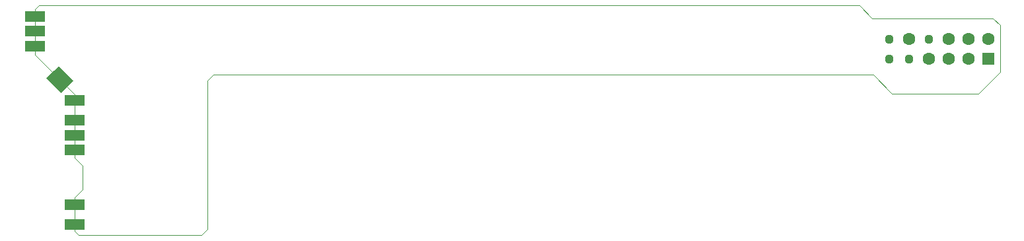
<source format=gbs>
G04 EAGLE Gerber X2 export*
%TF.Part,Single*%
%TF.FileFunction,Other,solder mask bottom*%
%TF.FilePolarity,Positive*%
%TF.GenerationSoftware,Autodesk,EAGLE,9.5.2*%
%TF.CreationDate,2020-04-08T10:13:28Z*%
G75*
%MOMM*%
%FSLAX34Y34*%
%LPD*%
%INsolder mask bottom*%
%AMOC8*
5,1,8,0,0,1.08239X$1,22.5*%
G01*
%ADD10C,0.000000*%
%ADD11R,2.641600X1.371600*%
%ADD12R,1.371600X2.641600*%
%ADD13R,1.601600X1.601600*%
%ADD14C,1.601600*%
%ADD15C,1.101600*%


D10*
X0Y232410D02*
X50800Y181610D01*
X50800Y100330D01*
X60960Y90170D01*
X60960Y59690D01*
X50800Y49530D01*
X50800Y6350D01*
X55880Y1270D01*
X213360Y1270D01*
X1236980Y210820D02*
X1236980Y270510D01*
X0Y290830D02*
X0Y232410D01*
X0Y290830D02*
X5080Y295910D01*
X220980Y8890D02*
X213360Y1270D01*
X220980Y8890D02*
X220980Y199390D01*
X228600Y207010D01*
X1074420Y207010D01*
X1056640Y295910D02*
X5080Y295910D01*
X1074420Y207010D02*
X1098550Y182880D01*
X1209040Y182880D01*
X1236980Y210820D01*
X1073150Y279400D02*
X1056640Y295910D01*
X1073150Y279400D02*
X1228090Y279400D01*
X1236980Y270510D01*
D11*
X50800Y173990D03*
X50800Y148590D03*
X50800Y129540D03*
X50800Y110490D03*
X50800Y40640D03*
X50800Y15240D03*
D12*
G36*
X15022Y202610D02*
X24720Y212308D01*
X43398Y193630D01*
X33700Y183932D01*
X15022Y202610D01*
G37*
G36*
X21372Y208960D02*
X31070Y218658D01*
X49748Y199980D01*
X40050Y190282D01*
X21372Y208960D01*
G37*
D13*
X1221740Y227330D03*
D14*
X1221740Y252730D03*
X1196340Y227330D03*
X1196340Y252730D03*
X1170940Y227330D03*
X1170940Y252730D03*
X1120140Y252730D03*
D10*
X1115140Y227330D02*
X1115142Y227471D01*
X1115148Y227612D01*
X1115158Y227752D01*
X1115172Y227892D01*
X1115190Y228032D01*
X1115211Y228171D01*
X1115237Y228310D01*
X1115266Y228448D01*
X1115300Y228584D01*
X1115337Y228720D01*
X1115378Y228855D01*
X1115423Y228989D01*
X1115472Y229121D01*
X1115524Y229252D01*
X1115580Y229381D01*
X1115640Y229508D01*
X1115703Y229634D01*
X1115769Y229758D01*
X1115840Y229881D01*
X1115913Y230001D01*
X1115990Y230119D01*
X1116070Y230235D01*
X1116154Y230348D01*
X1116240Y230459D01*
X1116330Y230568D01*
X1116423Y230674D01*
X1116518Y230777D01*
X1116617Y230878D01*
X1116718Y230976D01*
X1116822Y231071D01*
X1116929Y231163D01*
X1117038Y231252D01*
X1117150Y231337D01*
X1117264Y231420D01*
X1117380Y231500D01*
X1117499Y231576D01*
X1117620Y231648D01*
X1117742Y231718D01*
X1117867Y231783D01*
X1117993Y231846D01*
X1118121Y231904D01*
X1118251Y231959D01*
X1118382Y232011D01*
X1118515Y232058D01*
X1118649Y232102D01*
X1118784Y232143D01*
X1118920Y232179D01*
X1119057Y232211D01*
X1119195Y232240D01*
X1119333Y232265D01*
X1119473Y232285D01*
X1119613Y232302D01*
X1119753Y232315D01*
X1119894Y232324D01*
X1120034Y232329D01*
X1120175Y232330D01*
X1120316Y232327D01*
X1120457Y232320D01*
X1120597Y232309D01*
X1120737Y232294D01*
X1120877Y232275D01*
X1121016Y232253D01*
X1121154Y232226D01*
X1121292Y232196D01*
X1121428Y232161D01*
X1121564Y232123D01*
X1121698Y232081D01*
X1121832Y232035D01*
X1121964Y231986D01*
X1122094Y231932D01*
X1122223Y231875D01*
X1122350Y231815D01*
X1122476Y231751D01*
X1122599Y231683D01*
X1122721Y231612D01*
X1122841Y231538D01*
X1122958Y231460D01*
X1123073Y231379D01*
X1123186Y231295D01*
X1123297Y231208D01*
X1123405Y231117D01*
X1123510Y231024D01*
X1123613Y230927D01*
X1123713Y230828D01*
X1123810Y230726D01*
X1123904Y230621D01*
X1123995Y230514D01*
X1124083Y230404D01*
X1124168Y230292D01*
X1124250Y230177D01*
X1124329Y230060D01*
X1124404Y229941D01*
X1124476Y229820D01*
X1124544Y229697D01*
X1124609Y229572D01*
X1124671Y229445D01*
X1124728Y229316D01*
X1124783Y229186D01*
X1124833Y229055D01*
X1124880Y228922D01*
X1124923Y228788D01*
X1124962Y228652D01*
X1124997Y228516D01*
X1125029Y228379D01*
X1125056Y228241D01*
X1125080Y228102D01*
X1125100Y227962D01*
X1125116Y227822D01*
X1125128Y227682D01*
X1125136Y227541D01*
X1125140Y227400D01*
X1125140Y227260D01*
X1125136Y227119D01*
X1125128Y226978D01*
X1125116Y226838D01*
X1125100Y226698D01*
X1125080Y226558D01*
X1125056Y226419D01*
X1125029Y226281D01*
X1124997Y226144D01*
X1124962Y226008D01*
X1124923Y225872D01*
X1124880Y225738D01*
X1124833Y225605D01*
X1124783Y225474D01*
X1124728Y225344D01*
X1124671Y225215D01*
X1124609Y225088D01*
X1124544Y224963D01*
X1124476Y224840D01*
X1124404Y224719D01*
X1124329Y224600D01*
X1124250Y224483D01*
X1124168Y224368D01*
X1124083Y224256D01*
X1123995Y224146D01*
X1123904Y224039D01*
X1123810Y223934D01*
X1123713Y223832D01*
X1123613Y223733D01*
X1123510Y223636D01*
X1123405Y223543D01*
X1123297Y223452D01*
X1123186Y223365D01*
X1123073Y223281D01*
X1122958Y223200D01*
X1122841Y223122D01*
X1122721Y223048D01*
X1122599Y222977D01*
X1122476Y222909D01*
X1122350Y222845D01*
X1122223Y222785D01*
X1122094Y222728D01*
X1121964Y222674D01*
X1121832Y222625D01*
X1121698Y222579D01*
X1121564Y222537D01*
X1121428Y222499D01*
X1121292Y222464D01*
X1121154Y222434D01*
X1121016Y222407D01*
X1120877Y222385D01*
X1120737Y222366D01*
X1120597Y222351D01*
X1120457Y222340D01*
X1120316Y222333D01*
X1120175Y222330D01*
X1120034Y222331D01*
X1119894Y222336D01*
X1119753Y222345D01*
X1119613Y222358D01*
X1119473Y222375D01*
X1119333Y222395D01*
X1119195Y222420D01*
X1119057Y222449D01*
X1118920Y222481D01*
X1118784Y222517D01*
X1118649Y222558D01*
X1118515Y222602D01*
X1118382Y222649D01*
X1118251Y222701D01*
X1118121Y222756D01*
X1117993Y222814D01*
X1117867Y222877D01*
X1117742Y222942D01*
X1117620Y223012D01*
X1117499Y223084D01*
X1117380Y223160D01*
X1117264Y223240D01*
X1117150Y223323D01*
X1117038Y223408D01*
X1116929Y223497D01*
X1116822Y223589D01*
X1116718Y223684D01*
X1116617Y223782D01*
X1116518Y223883D01*
X1116423Y223986D01*
X1116330Y224092D01*
X1116240Y224201D01*
X1116154Y224312D01*
X1116070Y224425D01*
X1115990Y224541D01*
X1115913Y224659D01*
X1115840Y224779D01*
X1115769Y224902D01*
X1115703Y225026D01*
X1115640Y225152D01*
X1115580Y225279D01*
X1115524Y225408D01*
X1115472Y225539D01*
X1115423Y225671D01*
X1115378Y225805D01*
X1115337Y225940D01*
X1115300Y226076D01*
X1115266Y226212D01*
X1115237Y226350D01*
X1115211Y226489D01*
X1115190Y226628D01*
X1115172Y226768D01*
X1115158Y226908D01*
X1115148Y227048D01*
X1115142Y227189D01*
X1115140Y227330D01*
D15*
X1120140Y227330D03*
D10*
X1089740Y227330D02*
X1089742Y227471D01*
X1089748Y227612D01*
X1089758Y227752D01*
X1089772Y227892D01*
X1089790Y228032D01*
X1089811Y228171D01*
X1089837Y228310D01*
X1089866Y228448D01*
X1089900Y228584D01*
X1089937Y228720D01*
X1089978Y228855D01*
X1090023Y228989D01*
X1090072Y229121D01*
X1090124Y229252D01*
X1090180Y229381D01*
X1090240Y229508D01*
X1090303Y229634D01*
X1090369Y229758D01*
X1090440Y229881D01*
X1090513Y230001D01*
X1090590Y230119D01*
X1090670Y230235D01*
X1090754Y230348D01*
X1090840Y230459D01*
X1090930Y230568D01*
X1091023Y230674D01*
X1091118Y230777D01*
X1091217Y230878D01*
X1091318Y230976D01*
X1091422Y231071D01*
X1091529Y231163D01*
X1091638Y231252D01*
X1091750Y231337D01*
X1091864Y231420D01*
X1091980Y231500D01*
X1092099Y231576D01*
X1092220Y231648D01*
X1092342Y231718D01*
X1092467Y231783D01*
X1092593Y231846D01*
X1092721Y231904D01*
X1092851Y231959D01*
X1092982Y232011D01*
X1093115Y232058D01*
X1093249Y232102D01*
X1093384Y232143D01*
X1093520Y232179D01*
X1093657Y232211D01*
X1093795Y232240D01*
X1093933Y232265D01*
X1094073Y232285D01*
X1094213Y232302D01*
X1094353Y232315D01*
X1094494Y232324D01*
X1094634Y232329D01*
X1094775Y232330D01*
X1094916Y232327D01*
X1095057Y232320D01*
X1095197Y232309D01*
X1095337Y232294D01*
X1095477Y232275D01*
X1095616Y232253D01*
X1095754Y232226D01*
X1095892Y232196D01*
X1096028Y232161D01*
X1096164Y232123D01*
X1096298Y232081D01*
X1096432Y232035D01*
X1096564Y231986D01*
X1096694Y231932D01*
X1096823Y231875D01*
X1096950Y231815D01*
X1097076Y231751D01*
X1097199Y231683D01*
X1097321Y231612D01*
X1097441Y231538D01*
X1097558Y231460D01*
X1097673Y231379D01*
X1097786Y231295D01*
X1097897Y231208D01*
X1098005Y231117D01*
X1098110Y231024D01*
X1098213Y230927D01*
X1098313Y230828D01*
X1098410Y230726D01*
X1098504Y230621D01*
X1098595Y230514D01*
X1098683Y230404D01*
X1098768Y230292D01*
X1098850Y230177D01*
X1098929Y230060D01*
X1099004Y229941D01*
X1099076Y229820D01*
X1099144Y229697D01*
X1099209Y229572D01*
X1099271Y229445D01*
X1099328Y229316D01*
X1099383Y229186D01*
X1099433Y229055D01*
X1099480Y228922D01*
X1099523Y228788D01*
X1099562Y228652D01*
X1099597Y228516D01*
X1099629Y228379D01*
X1099656Y228241D01*
X1099680Y228102D01*
X1099700Y227962D01*
X1099716Y227822D01*
X1099728Y227682D01*
X1099736Y227541D01*
X1099740Y227400D01*
X1099740Y227260D01*
X1099736Y227119D01*
X1099728Y226978D01*
X1099716Y226838D01*
X1099700Y226698D01*
X1099680Y226558D01*
X1099656Y226419D01*
X1099629Y226281D01*
X1099597Y226144D01*
X1099562Y226008D01*
X1099523Y225872D01*
X1099480Y225738D01*
X1099433Y225605D01*
X1099383Y225474D01*
X1099328Y225344D01*
X1099271Y225215D01*
X1099209Y225088D01*
X1099144Y224963D01*
X1099076Y224840D01*
X1099004Y224719D01*
X1098929Y224600D01*
X1098850Y224483D01*
X1098768Y224368D01*
X1098683Y224256D01*
X1098595Y224146D01*
X1098504Y224039D01*
X1098410Y223934D01*
X1098313Y223832D01*
X1098213Y223733D01*
X1098110Y223636D01*
X1098005Y223543D01*
X1097897Y223452D01*
X1097786Y223365D01*
X1097673Y223281D01*
X1097558Y223200D01*
X1097441Y223122D01*
X1097321Y223048D01*
X1097199Y222977D01*
X1097076Y222909D01*
X1096950Y222845D01*
X1096823Y222785D01*
X1096694Y222728D01*
X1096564Y222674D01*
X1096432Y222625D01*
X1096298Y222579D01*
X1096164Y222537D01*
X1096028Y222499D01*
X1095892Y222464D01*
X1095754Y222434D01*
X1095616Y222407D01*
X1095477Y222385D01*
X1095337Y222366D01*
X1095197Y222351D01*
X1095057Y222340D01*
X1094916Y222333D01*
X1094775Y222330D01*
X1094634Y222331D01*
X1094494Y222336D01*
X1094353Y222345D01*
X1094213Y222358D01*
X1094073Y222375D01*
X1093933Y222395D01*
X1093795Y222420D01*
X1093657Y222449D01*
X1093520Y222481D01*
X1093384Y222517D01*
X1093249Y222558D01*
X1093115Y222602D01*
X1092982Y222649D01*
X1092851Y222701D01*
X1092721Y222756D01*
X1092593Y222814D01*
X1092467Y222877D01*
X1092342Y222942D01*
X1092220Y223012D01*
X1092099Y223084D01*
X1091980Y223160D01*
X1091864Y223240D01*
X1091750Y223323D01*
X1091638Y223408D01*
X1091529Y223497D01*
X1091422Y223589D01*
X1091318Y223684D01*
X1091217Y223782D01*
X1091118Y223883D01*
X1091023Y223986D01*
X1090930Y224092D01*
X1090840Y224201D01*
X1090754Y224312D01*
X1090670Y224425D01*
X1090590Y224541D01*
X1090513Y224659D01*
X1090440Y224779D01*
X1090369Y224902D01*
X1090303Y225026D01*
X1090240Y225152D01*
X1090180Y225279D01*
X1090124Y225408D01*
X1090072Y225539D01*
X1090023Y225671D01*
X1089978Y225805D01*
X1089937Y225940D01*
X1089900Y226076D01*
X1089866Y226212D01*
X1089837Y226350D01*
X1089811Y226489D01*
X1089790Y226628D01*
X1089772Y226768D01*
X1089758Y226908D01*
X1089748Y227048D01*
X1089742Y227189D01*
X1089740Y227330D01*
D15*
X1094740Y227330D03*
D10*
X1089740Y252730D02*
X1089742Y252871D01*
X1089748Y253012D01*
X1089758Y253152D01*
X1089772Y253292D01*
X1089790Y253432D01*
X1089811Y253571D01*
X1089837Y253710D01*
X1089866Y253848D01*
X1089900Y253984D01*
X1089937Y254120D01*
X1089978Y254255D01*
X1090023Y254389D01*
X1090072Y254521D01*
X1090124Y254652D01*
X1090180Y254781D01*
X1090240Y254908D01*
X1090303Y255034D01*
X1090369Y255158D01*
X1090440Y255281D01*
X1090513Y255401D01*
X1090590Y255519D01*
X1090670Y255635D01*
X1090754Y255748D01*
X1090840Y255859D01*
X1090930Y255968D01*
X1091023Y256074D01*
X1091118Y256177D01*
X1091217Y256278D01*
X1091318Y256376D01*
X1091422Y256471D01*
X1091529Y256563D01*
X1091638Y256652D01*
X1091750Y256737D01*
X1091864Y256820D01*
X1091980Y256900D01*
X1092099Y256976D01*
X1092220Y257048D01*
X1092342Y257118D01*
X1092467Y257183D01*
X1092593Y257246D01*
X1092721Y257304D01*
X1092851Y257359D01*
X1092982Y257411D01*
X1093115Y257458D01*
X1093249Y257502D01*
X1093384Y257543D01*
X1093520Y257579D01*
X1093657Y257611D01*
X1093795Y257640D01*
X1093933Y257665D01*
X1094073Y257685D01*
X1094213Y257702D01*
X1094353Y257715D01*
X1094494Y257724D01*
X1094634Y257729D01*
X1094775Y257730D01*
X1094916Y257727D01*
X1095057Y257720D01*
X1095197Y257709D01*
X1095337Y257694D01*
X1095477Y257675D01*
X1095616Y257653D01*
X1095754Y257626D01*
X1095892Y257596D01*
X1096028Y257561D01*
X1096164Y257523D01*
X1096298Y257481D01*
X1096432Y257435D01*
X1096564Y257386D01*
X1096694Y257332D01*
X1096823Y257275D01*
X1096950Y257215D01*
X1097076Y257151D01*
X1097199Y257083D01*
X1097321Y257012D01*
X1097441Y256938D01*
X1097558Y256860D01*
X1097673Y256779D01*
X1097786Y256695D01*
X1097897Y256608D01*
X1098005Y256517D01*
X1098110Y256424D01*
X1098213Y256327D01*
X1098313Y256228D01*
X1098410Y256126D01*
X1098504Y256021D01*
X1098595Y255914D01*
X1098683Y255804D01*
X1098768Y255692D01*
X1098850Y255577D01*
X1098929Y255460D01*
X1099004Y255341D01*
X1099076Y255220D01*
X1099144Y255097D01*
X1099209Y254972D01*
X1099271Y254845D01*
X1099328Y254716D01*
X1099383Y254586D01*
X1099433Y254455D01*
X1099480Y254322D01*
X1099523Y254188D01*
X1099562Y254052D01*
X1099597Y253916D01*
X1099629Y253779D01*
X1099656Y253641D01*
X1099680Y253502D01*
X1099700Y253362D01*
X1099716Y253222D01*
X1099728Y253082D01*
X1099736Y252941D01*
X1099740Y252800D01*
X1099740Y252660D01*
X1099736Y252519D01*
X1099728Y252378D01*
X1099716Y252238D01*
X1099700Y252098D01*
X1099680Y251958D01*
X1099656Y251819D01*
X1099629Y251681D01*
X1099597Y251544D01*
X1099562Y251408D01*
X1099523Y251272D01*
X1099480Y251138D01*
X1099433Y251005D01*
X1099383Y250874D01*
X1099328Y250744D01*
X1099271Y250615D01*
X1099209Y250488D01*
X1099144Y250363D01*
X1099076Y250240D01*
X1099004Y250119D01*
X1098929Y250000D01*
X1098850Y249883D01*
X1098768Y249768D01*
X1098683Y249656D01*
X1098595Y249546D01*
X1098504Y249439D01*
X1098410Y249334D01*
X1098313Y249232D01*
X1098213Y249133D01*
X1098110Y249036D01*
X1098005Y248943D01*
X1097897Y248852D01*
X1097786Y248765D01*
X1097673Y248681D01*
X1097558Y248600D01*
X1097441Y248522D01*
X1097321Y248448D01*
X1097199Y248377D01*
X1097076Y248309D01*
X1096950Y248245D01*
X1096823Y248185D01*
X1096694Y248128D01*
X1096564Y248074D01*
X1096432Y248025D01*
X1096298Y247979D01*
X1096164Y247937D01*
X1096028Y247899D01*
X1095892Y247864D01*
X1095754Y247834D01*
X1095616Y247807D01*
X1095477Y247785D01*
X1095337Y247766D01*
X1095197Y247751D01*
X1095057Y247740D01*
X1094916Y247733D01*
X1094775Y247730D01*
X1094634Y247731D01*
X1094494Y247736D01*
X1094353Y247745D01*
X1094213Y247758D01*
X1094073Y247775D01*
X1093933Y247795D01*
X1093795Y247820D01*
X1093657Y247849D01*
X1093520Y247881D01*
X1093384Y247917D01*
X1093249Y247958D01*
X1093115Y248002D01*
X1092982Y248049D01*
X1092851Y248101D01*
X1092721Y248156D01*
X1092593Y248214D01*
X1092467Y248277D01*
X1092342Y248342D01*
X1092220Y248412D01*
X1092099Y248484D01*
X1091980Y248560D01*
X1091864Y248640D01*
X1091750Y248723D01*
X1091638Y248808D01*
X1091529Y248897D01*
X1091422Y248989D01*
X1091318Y249084D01*
X1091217Y249182D01*
X1091118Y249283D01*
X1091023Y249386D01*
X1090930Y249492D01*
X1090840Y249601D01*
X1090754Y249712D01*
X1090670Y249825D01*
X1090590Y249941D01*
X1090513Y250059D01*
X1090440Y250179D01*
X1090369Y250302D01*
X1090303Y250426D01*
X1090240Y250552D01*
X1090180Y250679D01*
X1090124Y250808D01*
X1090072Y250939D01*
X1090023Y251071D01*
X1089978Y251205D01*
X1089937Y251340D01*
X1089900Y251476D01*
X1089866Y251612D01*
X1089837Y251750D01*
X1089811Y251889D01*
X1089790Y252028D01*
X1089772Y252168D01*
X1089758Y252308D01*
X1089748Y252448D01*
X1089742Y252589D01*
X1089740Y252730D01*
D15*
X1094740Y252730D03*
D14*
X1145540Y227330D03*
D10*
X1140540Y252730D02*
X1140542Y252871D01*
X1140548Y253012D01*
X1140558Y253152D01*
X1140572Y253292D01*
X1140590Y253432D01*
X1140611Y253571D01*
X1140637Y253710D01*
X1140666Y253848D01*
X1140700Y253984D01*
X1140737Y254120D01*
X1140778Y254255D01*
X1140823Y254389D01*
X1140872Y254521D01*
X1140924Y254652D01*
X1140980Y254781D01*
X1141040Y254908D01*
X1141103Y255034D01*
X1141169Y255158D01*
X1141240Y255281D01*
X1141313Y255401D01*
X1141390Y255519D01*
X1141470Y255635D01*
X1141554Y255748D01*
X1141640Y255859D01*
X1141730Y255968D01*
X1141823Y256074D01*
X1141918Y256177D01*
X1142017Y256278D01*
X1142118Y256376D01*
X1142222Y256471D01*
X1142329Y256563D01*
X1142438Y256652D01*
X1142550Y256737D01*
X1142664Y256820D01*
X1142780Y256900D01*
X1142899Y256976D01*
X1143020Y257048D01*
X1143142Y257118D01*
X1143267Y257183D01*
X1143393Y257246D01*
X1143521Y257304D01*
X1143651Y257359D01*
X1143782Y257411D01*
X1143915Y257458D01*
X1144049Y257502D01*
X1144184Y257543D01*
X1144320Y257579D01*
X1144457Y257611D01*
X1144595Y257640D01*
X1144733Y257665D01*
X1144873Y257685D01*
X1145013Y257702D01*
X1145153Y257715D01*
X1145294Y257724D01*
X1145434Y257729D01*
X1145575Y257730D01*
X1145716Y257727D01*
X1145857Y257720D01*
X1145997Y257709D01*
X1146137Y257694D01*
X1146277Y257675D01*
X1146416Y257653D01*
X1146554Y257626D01*
X1146692Y257596D01*
X1146828Y257561D01*
X1146964Y257523D01*
X1147098Y257481D01*
X1147232Y257435D01*
X1147364Y257386D01*
X1147494Y257332D01*
X1147623Y257275D01*
X1147750Y257215D01*
X1147876Y257151D01*
X1147999Y257083D01*
X1148121Y257012D01*
X1148241Y256938D01*
X1148358Y256860D01*
X1148473Y256779D01*
X1148586Y256695D01*
X1148697Y256608D01*
X1148805Y256517D01*
X1148910Y256424D01*
X1149013Y256327D01*
X1149113Y256228D01*
X1149210Y256126D01*
X1149304Y256021D01*
X1149395Y255914D01*
X1149483Y255804D01*
X1149568Y255692D01*
X1149650Y255577D01*
X1149729Y255460D01*
X1149804Y255341D01*
X1149876Y255220D01*
X1149944Y255097D01*
X1150009Y254972D01*
X1150071Y254845D01*
X1150128Y254716D01*
X1150183Y254586D01*
X1150233Y254455D01*
X1150280Y254322D01*
X1150323Y254188D01*
X1150362Y254052D01*
X1150397Y253916D01*
X1150429Y253779D01*
X1150456Y253641D01*
X1150480Y253502D01*
X1150500Y253362D01*
X1150516Y253222D01*
X1150528Y253082D01*
X1150536Y252941D01*
X1150540Y252800D01*
X1150540Y252660D01*
X1150536Y252519D01*
X1150528Y252378D01*
X1150516Y252238D01*
X1150500Y252098D01*
X1150480Y251958D01*
X1150456Y251819D01*
X1150429Y251681D01*
X1150397Y251544D01*
X1150362Y251408D01*
X1150323Y251272D01*
X1150280Y251138D01*
X1150233Y251005D01*
X1150183Y250874D01*
X1150128Y250744D01*
X1150071Y250615D01*
X1150009Y250488D01*
X1149944Y250363D01*
X1149876Y250240D01*
X1149804Y250119D01*
X1149729Y250000D01*
X1149650Y249883D01*
X1149568Y249768D01*
X1149483Y249656D01*
X1149395Y249546D01*
X1149304Y249439D01*
X1149210Y249334D01*
X1149113Y249232D01*
X1149013Y249133D01*
X1148910Y249036D01*
X1148805Y248943D01*
X1148697Y248852D01*
X1148586Y248765D01*
X1148473Y248681D01*
X1148358Y248600D01*
X1148241Y248522D01*
X1148121Y248448D01*
X1147999Y248377D01*
X1147876Y248309D01*
X1147750Y248245D01*
X1147623Y248185D01*
X1147494Y248128D01*
X1147364Y248074D01*
X1147232Y248025D01*
X1147098Y247979D01*
X1146964Y247937D01*
X1146828Y247899D01*
X1146692Y247864D01*
X1146554Y247834D01*
X1146416Y247807D01*
X1146277Y247785D01*
X1146137Y247766D01*
X1145997Y247751D01*
X1145857Y247740D01*
X1145716Y247733D01*
X1145575Y247730D01*
X1145434Y247731D01*
X1145294Y247736D01*
X1145153Y247745D01*
X1145013Y247758D01*
X1144873Y247775D01*
X1144733Y247795D01*
X1144595Y247820D01*
X1144457Y247849D01*
X1144320Y247881D01*
X1144184Y247917D01*
X1144049Y247958D01*
X1143915Y248002D01*
X1143782Y248049D01*
X1143651Y248101D01*
X1143521Y248156D01*
X1143393Y248214D01*
X1143267Y248277D01*
X1143142Y248342D01*
X1143020Y248412D01*
X1142899Y248484D01*
X1142780Y248560D01*
X1142664Y248640D01*
X1142550Y248723D01*
X1142438Y248808D01*
X1142329Y248897D01*
X1142222Y248989D01*
X1142118Y249084D01*
X1142017Y249182D01*
X1141918Y249283D01*
X1141823Y249386D01*
X1141730Y249492D01*
X1141640Y249601D01*
X1141554Y249712D01*
X1141470Y249825D01*
X1141390Y249941D01*
X1141313Y250059D01*
X1141240Y250179D01*
X1141169Y250302D01*
X1141103Y250426D01*
X1141040Y250552D01*
X1140980Y250679D01*
X1140924Y250808D01*
X1140872Y250939D01*
X1140823Y251071D01*
X1140778Y251205D01*
X1140737Y251340D01*
X1140700Y251476D01*
X1140666Y251612D01*
X1140637Y251750D01*
X1140611Y251889D01*
X1140590Y252028D01*
X1140572Y252168D01*
X1140558Y252308D01*
X1140548Y252448D01*
X1140542Y252589D01*
X1140540Y252730D01*
D15*
X1145540Y252730D03*
D11*
X0Y281940D03*
X0Y262890D03*
X0Y243840D03*
M02*

</source>
